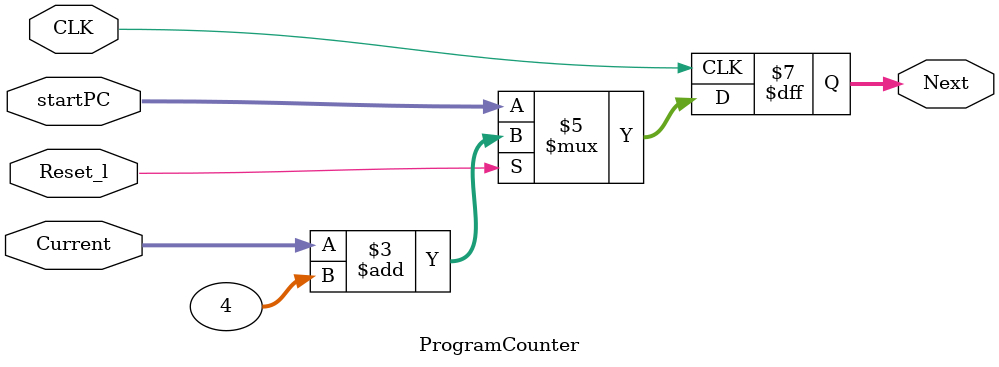
<source format=v>

module ProgramCounter(Next, Current, Reset_l, startPC,CLK);
output [31:0] Next;
input [31:0] Current, startPC;
input Reset_l;
input CLK;

reg [31:0] Next;

always @(negedge CLK)
begin
 if (Reset_l==0)
	Next<=startPC;
 else
 Next <= Current+32'd4;
end
endmodule

</source>
